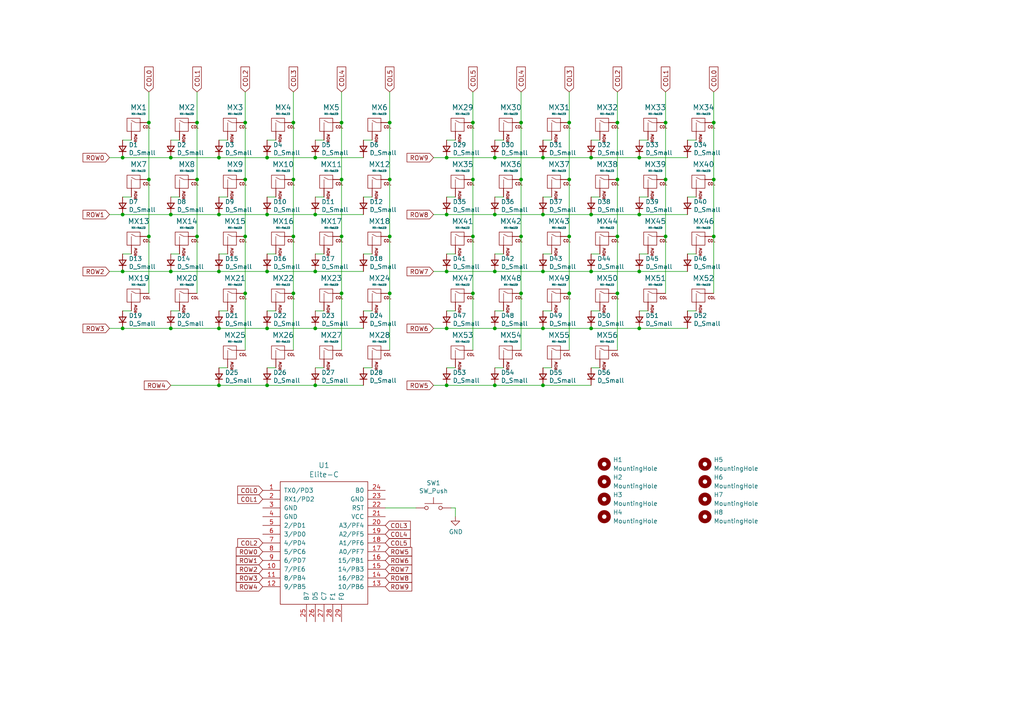
<source format=kicad_sch>
(kicad_sch (version 20211123) (generator eeschema)
  (paper "A4")
  (junction (at 179.07 68.58))
  (junction (at 157.48 62.23))
  (junction (at 71.12 85.09))
  (junction (at 43.18 52.07))
  (junction (at 99.06 52.07))
  (junction (at 157.48 111.76))
  (junction (at 143.51 111.76))
  (junction (at 151.13 35.56))
  (junction (at 179.07 85.09))
  (junction (at 143.51 45.72))
  (junction (at 193.04 35.56))
  (junction (at 113.03 52.07))
  (junction (at 143.51 62.23))
  (junction (at 85.09 68.58))
  (junction (at 193.04 52.07))
  (junction (at 49.53 62.23))
  (junction (at 99.06 85.09))
  (junction (at 129.54 45.72))
  (junction (at 71.12 35.56))
  (junction (at 77.47 45.72))
  (junction (at 57.15 35.56))
  (junction (at 151.13 52.07))
  (junction (at 165.1 35.56))
  (junction (at 49.53 95.25))
  (junction (at 137.16 52.07))
  (junction (at 71.12 52.07))
  (junction (at 165.1 85.09))
  (junction (at 129.54 95.25))
  (junction (at 151.13 85.09))
  (junction (at 63.5 78.74))
  (junction (at 207.01 68.58))
  (junction (at 77.47 111.76))
  (junction (at 63.5 62.23))
  (junction (at 113.03 85.09))
  (junction (at 85.09 35.56))
  (junction (at 99.06 35.56))
  (junction (at 151.13 68.58))
  (junction (at 113.03 68.58))
  (junction (at 137.16 68.58))
  (junction (at 193.04 68.58))
  (junction (at 171.45 45.72))
  (junction (at 63.5 45.72))
  (junction (at 85.09 52.07))
  (junction (at 185.42 78.74))
  (junction (at 91.44 62.23))
  (junction (at 165.1 52.07))
  (junction (at 43.18 68.58))
  (junction (at 171.45 78.74))
  (junction (at 71.12 68.58))
  (junction (at 185.42 95.25))
  (junction (at 185.42 62.23))
  (junction (at 207.01 35.56))
  (junction (at 35.56 45.72))
  (junction (at 143.51 95.25))
  (junction (at 77.47 95.25))
  (junction (at 91.44 95.25))
  (junction (at 49.53 45.72))
  (junction (at 85.09 85.09))
  (junction (at 137.16 35.56))
  (junction (at 179.07 52.07))
  (junction (at 185.42 45.72))
  (junction (at 63.5 111.76))
  (junction (at 171.45 62.23))
  (junction (at 157.48 45.72))
  (junction (at 91.44 78.74))
  (junction (at 129.54 111.76))
  (junction (at 63.5 95.25))
  (junction (at 129.54 78.74))
  (junction (at 207.01 52.07))
  (junction (at 99.06 68.58))
  (junction (at 157.48 95.25))
  (junction (at 57.15 68.58))
  (junction (at 143.51 78.74))
  (junction (at 129.54 62.23))
  (junction (at 35.56 62.23))
  (junction (at 157.48 78.74))
  (junction (at 77.47 78.74))
  (junction (at 91.44 45.72))
  (junction (at 137.16 85.09))
  (junction (at 35.56 78.74))
  (junction (at 35.56 95.25))
  (junction (at 171.45 95.25))
  (junction (at 91.44 111.76))
  (junction (at 43.18 35.56))
  (junction (at 179.07 35.56))
  (junction (at 57.15 52.07))
  (junction (at 113.03 35.56))
  (junction (at 165.1 68.58))
  (junction (at 49.53 78.74))
  (junction (at 77.47 62.23))
  (wire (pts (xy 179.07 26.67) (xy 179.07 35.56)))
  (wire (pts (xy 91.44 111.76) (xy 105.41 111.76)))
  (wire (pts (xy 99.06 26.67) (xy 99.06 35.56)))
  (wire (pts (xy 171.45 45.72) (xy 185.42 45.72)))
  (wire (pts (xy 105.41 57.15) (xy 107.95 57.15)))
  (wire (pts (xy 49.53 73.66) (xy 52.07 73.66)))
  (wire (pts (xy 207.01 26.67) (xy 207.01 35.56)))
  (wire (pts (xy 91.44 73.66) (xy 93.98 73.66)))
  (wire (pts (xy 77.47 40.64) (xy 80.01 40.64)))
  (wire (pts (xy 207.01 52.07) (xy 207.01 68.58)))
  (wire (pts (xy 113.03 26.67) (xy 113.03 35.56)))
  (wire (pts (xy 91.44 106.68) (xy 93.98 106.68)))
  (wire (pts (xy 157.48 73.66) (xy 160.02 73.66)))
  (wire (pts (xy 49.53 111.76) (xy 63.5 111.76)))
  (wire (pts (xy 179.07 35.56) (xy 179.07 52.07)))
  (wire (pts (xy 105.41 73.66) (xy 107.95 73.66)))
  (wire (pts (xy 91.44 78.74) (xy 105.41 78.74)))
  (wire (pts (xy 185.42 57.15) (xy 187.96 57.15)))
  (wire (pts (xy 171.45 90.17) (xy 173.99 90.17)))
  (wire (pts (xy 77.47 111.76) (xy 91.44 111.76)))
  (wire (pts (xy 151.13 68.58) (xy 151.13 85.09)))
  (wire (pts (xy 129.54 40.64) (xy 132.08 40.64)))
  (wire (pts (xy 31.75 95.25) (xy 35.56 95.25)))
  (wire (pts (xy 185.42 78.74) (xy 199.39 78.74)))
  (wire (pts (xy 185.42 73.66) (xy 187.96 73.66)))
  (wire (pts (xy 157.48 95.25) (xy 171.45 95.25)))
  (wire (pts (xy 137.16 26.67) (xy 137.16 35.56)))
  (wire (pts (xy 113.03 52.07) (xy 113.03 68.58)))
  (wire (pts (xy 31.75 62.23) (xy 35.56 62.23)))
  (wire (pts (xy 130.81 147.32) (xy 132.08 147.32)))
  (wire (pts (xy 165.1 35.56) (xy 165.1 52.07)))
  (wire (pts (xy 85.09 35.56) (xy 85.09 52.07)))
  (wire (pts (xy 43.18 68.58) (xy 43.18 85.09)))
  (wire (pts (xy 71.12 26.67) (xy 71.12 35.56)))
  (wire (pts (xy 77.47 95.25) (xy 91.44 95.25)))
  (wire (pts (xy 185.42 95.25) (xy 199.39 95.25)))
  (wire (pts (xy 63.5 106.68) (xy 66.04 106.68)))
  (wire (pts (xy 31.75 78.74) (xy 35.56 78.74)))
  (wire (pts (xy 129.54 45.72) (xy 143.51 45.72)))
  (wire (pts (xy 165.1 68.58) (xy 165.1 85.09)))
  (wire (pts (xy 71.12 85.09) (xy 71.12 101.6)))
  (wire (pts (xy 57.15 52.07) (xy 57.15 68.58)))
  (wire (pts (xy 151.13 35.56) (xy 151.13 52.07)))
  (wire (pts (xy 71.12 52.07) (xy 71.12 68.58)))
  (wire (pts (xy 99.06 68.58) (xy 99.06 85.09)))
  (wire (pts (xy 171.45 106.68) (xy 173.99 106.68)))
  (wire (pts (xy 105.41 90.17) (xy 107.95 90.17)))
  (wire (pts (xy 171.45 40.64) (xy 173.99 40.64)))
  (wire (pts (xy 63.5 95.25) (xy 77.47 95.25)))
  (wire (pts (xy 151.13 52.07) (xy 151.13 68.58)))
  (wire (pts (xy 193.04 35.56) (xy 193.04 52.07)))
  (wire (pts (xy 49.53 40.64) (xy 52.07 40.64)))
  (wire (pts (xy 165.1 26.67) (xy 165.1 35.56)))
  (wire (pts (xy 157.48 40.64) (xy 160.02 40.64)))
  (wire (pts (xy 129.54 90.17) (xy 132.08 90.17)))
  (wire (pts (xy 157.48 78.74) (xy 171.45 78.74)))
  (wire (pts (xy 63.5 73.66) (xy 66.04 73.66)))
  (wire (pts (xy 35.56 62.23) (xy 49.53 62.23)))
  (wire (pts (xy 171.45 62.23) (xy 185.42 62.23)))
  (wire (pts (xy 91.44 90.17) (xy 93.98 90.17)))
  (wire (pts (xy 57.15 26.67) (xy 57.15 35.56)))
  (wire (pts (xy 91.44 57.15) (xy 93.98 57.15)))
  (wire (pts (xy 129.54 57.15) (xy 132.08 57.15)))
  (wire (pts (xy 63.5 40.64) (xy 66.04 40.64)))
  (wire (pts (xy 193.04 68.58) (xy 193.04 85.09)))
  (wire (pts (xy 143.51 95.25) (xy 157.48 95.25)))
  (wire (pts (xy 77.47 45.72) (xy 91.44 45.72)))
  (wire (pts (xy 91.44 40.64) (xy 93.98 40.64)))
  (wire (pts (xy 199.39 73.66) (xy 201.93 73.66)))
  (wire (pts (xy 171.45 57.15) (xy 173.99 57.15)))
  (wire (pts (xy 35.56 95.25) (xy 49.53 95.25)))
  (wire (pts (xy 105.41 40.64) (xy 107.95 40.64)))
  (wire (pts (xy 111.76 147.32) (xy 120.65 147.32)))
  (wire (pts (xy 207.01 68.58) (xy 207.01 85.09)))
  (wire (pts (xy 71.12 35.56) (xy 71.12 52.07)))
  (wire (pts (xy 143.51 90.17) (xy 146.05 90.17)))
  (wire (pts (xy 63.5 62.23) (xy 77.47 62.23)))
  (wire (pts (xy 143.51 40.64) (xy 146.05 40.64)))
  (wire (pts (xy 129.54 73.66) (xy 132.08 73.66)))
  (wire (pts (xy 125.73 95.25) (xy 129.54 95.25)))
  (wire (pts (xy 157.48 111.76) (xy 171.45 111.76)))
  (wire (pts (xy 49.53 62.23) (xy 63.5 62.23)))
  (wire (pts (xy 49.53 90.17) (xy 52.07 90.17)))
  (wire (pts (xy 31.75 45.72) (xy 35.56 45.72)))
  (wire (pts (xy 165.1 52.07) (xy 165.1 68.58)))
  (wire (pts (xy 113.03 68.58) (xy 113.03 85.09)))
  (wire (pts (xy 137.16 35.56) (xy 137.16 52.07)))
  (wire (pts (xy 91.44 45.72) (xy 105.41 45.72)))
  (wire (pts (xy 125.73 78.74) (xy 129.54 78.74)))
  (wire (pts (xy 185.42 45.72) (xy 199.39 45.72)))
  (wire (pts (xy 49.53 78.74) (xy 63.5 78.74)))
  (wire (pts (xy 43.18 26.67) (xy 43.18 35.56)))
  (wire (pts (xy 99.06 35.56) (xy 99.06 52.07)))
  (wire (pts (xy 137.16 85.09) (xy 137.16 101.6)))
  (wire (pts (xy 85.09 26.67) (xy 85.09 35.56)))
  (wire (pts (xy 207.01 35.56) (xy 207.01 52.07)))
  (wire (pts (xy 137.16 68.58) (xy 137.16 85.09)))
  (wire (pts (xy 125.73 62.23) (xy 129.54 62.23)))
  (wire (pts (xy 125.73 45.72) (xy 129.54 45.72)))
  (wire (pts (xy 179.07 52.07) (xy 179.07 68.58)))
  (wire (pts (xy 35.56 90.17) (xy 38.1 90.17)))
  (wire (pts (xy 137.16 52.07) (xy 137.16 68.58)))
  (wire (pts (xy 63.5 90.17) (xy 66.04 90.17)))
  (wire (pts (xy 63.5 57.15) (xy 66.04 57.15)))
  (wire (pts (xy 113.03 35.56) (xy 113.03 52.07)))
  (wire (pts (xy 157.48 57.15) (xy 160.02 57.15)))
  (wire (pts (xy 85.09 68.58) (xy 85.09 85.09)))
  (wire (pts (xy 185.42 90.17) (xy 187.96 90.17)))
  (wire (pts (xy 125.73 111.76) (xy 129.54 111.76)))
  (wire (pts (xy 143.51 73.66) (xy 146.05 73.66)))
  (wire (pts (xy 49.53 57.15) (xy 52.07 57.15)))
  (wire (pts (xy 35.56 57.15) (xy 38.1 57.15)))
  (wire (pts (xy 193.04 52.07) (xy 193.04 68.58)))
  (wire (pts (xy 185.42 62.23) (xy 199.39 62.23)))
  (wire (pts (xy 49.53 95.25) (xy 63.5 95.25)))
  (wire (pts (xy 71.12 68.58) (xy 71.12 85.09)))
  (wire (pts (xy 129.54 78.74) (xy 143.51 78.74)))
  (wire (pts (xy 199.39 90.17) (xy 201.93 90.17)))
  (wire (pts (xy 129.54 111.76) (xy 143.51 111.76)))
  (wire (pts (xy 77.47 62.23) (xy 91.44 62.23)))
  (wire (pts (xy 143.51 57.15) (xy 146.05 57.15)))
  (wire (pts (xy 35.56 40.64) (xy 38.1 40.64)))
  (wire (pts (xy 199.39 57.15) (xy 201.93 57.15)))
  (wire (pts (xy 77.47 106.68) (xy 80.01 106.68)))
  (wire (pts (xy 171.45 73.66) (xy 173.99 73.66)))
  (wire (pts (xy 193.04 26.67) (xy 193.04 35.56)))
  (wire (pts (xy 105.41 106.68) (xy 107.95 106.68)))
  (wire (pts (xy 143.51 106.68) (xy 146.05 106.68)))
  (wire (pts (xy 49.53 45.72) (xy 63.5 45.72)))
  (wire (pts (xy 63.5 45.72) (xy 77.47 45.72)))
  (wire (pts (xy 179.07 85.09) (xy 179.07 101.6)))
  (wire (pts (xy 157.48 106.68) (xy 160.02 106.68)))
  (wire (pts (xy 57.15 68.58) (xy 57.15 85.09)))
  (wire (pts (xy 179.07 68.58) (xy 179.07 85.09)))
  (wire (pts (xy 77.47 57.15) (xy 80.01 57.15)))
  (wire (pts (xy 99.06 52.07) (xy 99.06 68.58)))
  (wire (pts (xy 35.56 45.72) (xy 49.53 45.72)))
  (wire (pts (xy 132.08 147.32) (xy 132.08 149.86)))
  (wire (pts (xy 63.5 78.74) (xy 77.47 78.74)))
  (wire (pts (xy 77.47 90.17) (xy 80.01 90.17)))
  (wire (pts (xy 143.51 45.72) (xy 157.48 45.72)))
  (wire (pts (xy 151.13 85.09) (xy 151.13 101.6)))
  (wire (pts (xy 165.1 85.09) (xy 165.1 101.6)))
  (wire (pts (xy 157.48 62.23) (xy 171.45 62.23)))
  (wire (pts (xy 143.51 62.23) (xy 157.48 62.23)))
  (wire (pts (xy 157.48 90.17) (xy 160.02 90.17)))
  (wire (pts (xy 35.56 73.66) (xy 38.1 73.66)))
  (wire (pts (xy 85.09 85.09) (xy 85.09 101.6)))
  (wire (pts (xy 113.03 85.09) (xy 113.03 101.6)))
  (wire (pts (xy 129.54 106.68) (xy 132.08 106.68)))
  (wire (pts (xy 77.47 73.66) (xy 80.01 73.66)))
  (wire (pts (xy 151.13 26.67) (xy 151.13 35.56)))
  (wire (pts (xy 129.54 95.25) (xy 143.51 95.25)))
  (wire (pts (xy 129.54 62.23) (xy 143.51 62.23)))
  (wire (pts (xy 91.44 62.23) (xy 105.41 62.23)))
  (wire (pts (xy 43.18 52.07) (xy 43.18 68.58)))
  (wire (pts (xy 63.5 111.76) (xy 77.47 111.76)))
  (wire (pts (xy 91.44 95.25) (xy 105.41 95.25)))
  (wire (pts (xy 35.56 78.74) (xy 49.53 78.74)))
  (wire (pts (xy 157.48 45.72) (xy 171.45 45.72)))
  (wire (pts (xy 77.47 78.74) (xy 91.44 78.74)))
  (wire (pts (xy 43.18 35.56) (xy 43.18 52.07)))
  (wire (pts (xy 171.45 95.25) (xy 185.42 95.25)))
  (wire (pts (xy 57.15 35.56) (xy 57.15 52.07)))
  (wire (pts (xy 143.51 111.76) (xy 157.48 111.76)))
  (wire (pts (xy 171.45 78.74) (xy 185.42 78.74)))
  (wire (pts (xy 185.42 40.64) (xy 187.96 40.64)))
  (wire (pts (xy 99.06 85.09) (xy 99.06 101.6)))
  (wire (pts (xy 85.09 52.07) (xy 85.09 68.58)))
  (wire (pts (xy 199.39 40.64) (xy 201.93 40.64)))
  (wire (pts (xy 143.51 78.74) (xy 157.48 78.74)))
  (global_label "COL3" (shape input) (at 111.76 152.4 0) (property "Intersheet References" "${INTERSHEET_REFS}" (effects hide)))
  (global_label "COL2" (shape input) (at 76.2 157.48 180) (property "Intersheet References" "${INTERSHEET_REFS}" (effects hide)))
  (global_label "COL0" (shape input) (at 207.01 26.67 90) (property "Intersheet References" "${INTERSHEET_REFS}" (effects hide)))
  (global_label "ROW5" (shape input) (at 111.76 160.02 0) (property "Intersheet References" "${INTERSHEET_REFS}" (effects hide)))
  (global_label "ROW2" (shape input) (at 31.75 78.74 180) (property "Intersheet References" "${INTERSHEET_REFS}" (effects hide)))
  (global_label "COL4" (shape input) (at 99.06 26.67 90) (property "Intersheet References" "${INTERSHEET_REFS}" (effects hide)))
  (global_label "ROW7" (shape input) (at 125.73 78.74 180) (property "Intersheet References" "${INTERSHEET_REFS}" (effects hide)))
  (global_label "COL5" (shape input) (at 111.76 157.48 0) (property "Intersheet References" "${INTERSHEET_REFS}" (effects hide)))
  (global_label "ROW8" (shape input) (at 111.76 167.64 0) (property "Intersheet References" "${INTERSHEET_REFS}" (effects hide)))
  (global_label "COL4" (shape input) (at 111.76 154.94 0) (property "Intersheet References" "${INTERSHEET_REFS}" (effects hide)))
  (global_label "ROW1" (shape input) (at 31.75 62.23 180) (property "Intersheet References" "${INTERSHEET_REFS}" (effects hide)))
  (global_label "COL1" (shape input) (at 57.15 26.67 90) (property "Intersheet References" "${INTERSHEET_REFS}" (effects hide)))
  (global_label "ROW8" (shape input) (at 125.73 62.23 180) (property "Intersheet References" "${INTERSHEET_REFS}" (effects hide)))
  (global_label "COL3" (shape input) (at 85.09 26.67 90) (property "Intersheet References" "${INTERSHEET_REFS}" (effects hide)))
  (global_label "COL1" (shape input) (at 76.2 144.78 180) (property "Intersheet References" "${INTERSHEET_REFS}" (effects hide)))
  (global_label "ROW5" (shape input) (at 125.73 111.76 180) (property "Intersheet References" "${INTERSHEET_REFS}" (effects hide)))
  (global_label "ROW4" (shape input) (at 76.2 170.18 180) (property "Intersheet References" "${INTERSHEET_REFS}" (effects hide)))
  (global_label "ROW0" (shape input) (at 76.2 160.02 180) (property "Intersheet References" "${INTERSHEET_REFS}" (effects hide)))
  (global_label "ROW1" (shape input) (at 76.2 162.56 180) (property "Intersheet References" "${INTERSHEET_REFS}" (effects hide)))
  (global_label "ROW0" (shape input) (at 31.75 45.72 180) (property "Intersheet References" "${INTERSHEET_REFS}" (effects hide)))
  (global_label "COL5" (shape input) (at 113.03 26.67 90) (property "Intersheet References" "${INTERSHEET_REFS}" (effects hide)))
  (global_label "ROW9" (shape input) (at 111.76 170.18 0) (property "Intersheet References" "${INTERSHEET_REFS}" (effects hide)))
  (global_label "ROW2" (shape input) (at 76.2 165.1 180) (property "Intersheet References" "${INTERSHEET_REFS}" (effects hide)))
  (global_label "COL0" (shape input) (at 76.2 142.24 180) (property "Intersheet References" "${INTERSHEET_REFS}" (effects hide)))
  (global_label "ROW9" (shape input) (at 125.73 45.72 180) (property "Intersheet References" "${INTERSHEET_REFS}" (effects hide)))
  (global_label "COL4" (shape input) (at 151.13 26.67 90) (property "Intersheet References" "${INTERSHEET_REFS}" (effects hide)))
  (global_label "ROW6" (shape input) (at 111.76 162.56 0) (property "Intersheet References" "${INTERSHEET_REFS}" (effects hide)))
  (global_label "COL2" (shape input) (at 71.12 26.67 90) (property "Intersheet References" "${INTERSHEET_REFS}" (effects hide)))
  (global_label "ROW7" (shape input) (at 111.76 165.1 0) (property "Intersheet References" "${INTERSHEET_REFS}" (effects hide)))
  (global_label "COL1" (shape input) (at 193.04 26.67 90) (property "Intersheet References" "${INTERSHEET_REFS}" (effects hide)))
  (global_label "COL2" (shape input) (at 179.07 26.67 90) (property "Intersheet References" "${INTERSHEET_REFS}" (effects hide)))
  (global_label "ROW3" (shape input) (at 31.75 95.25 180) (property "Intersheet References" "${INTERSHEET_REFS}" (effects hide)))
  (global_label "ROW6" (shape input) (at 125.73 95.25 180) (property "Intersheet References" "${INTERSHEET_REFS}" (effects hide)))
  (global_label "ROW3" (shape input) (at 76.2 167.64 180) (property "Intersheet References" "${INTERSHEET_REFS}" (effects hide)))
  (global_label "COL3" (shape input) (at 165.1 26.67 90) (property "Intersheet References" "${INTERSHEET_REFS}" (effects hide)))
  (global_label "ROW4" (shape input) (at 49.53 111.76 180) (property "Intersheet References" "${INTERSHEET_REFS}" (effects hide)))
  (global_label "COL5" (shape input) (at 137.16 26.67 90) (property "Intersheet References" "${INTERSHEET_REFS}" (effects hide)))
  (global_label "COL0" (shape input) (at 43.18 26.67 90) (property "Intersheet References" "${INTERSHEET_REFS}" (effects hide)))
  (symbol (lib_id "Device:D_Small") (at 63.5 59.69 90) (unit 1)
    (property "Reference" "D9" (at 65.278 58.5216 90) (effects (justify right)))
    (property "Value" "D_Small" (at 65.278 60.833 90) (effects (justify right)))
    (property "Footprint" "atreis:D3_hybrid_common_hole" (effects hide))
  )
  (symbol (lib_id "MX_Alps_Hybrid:MX-NoLED") (at 133.35 36.83 0) (unit 1)
    (property "Reference" "MX29" (at 134.1882 31.1658 0) (effects (font (size 1.524 1.524))))
    (property "Value" "MX-NoLED" (at 134.1882 33.0454 0) (effects (font (size 0.508 0.508))))
    (property "Footprint" "kbd:CherryMX_Hotswap" (effects hide))
  )
  (symbol (lib_id "Device:D_Small") (at 105.41 92.71 90) (unit 1)
    (property "Reference" "D24" (at 107.188 91.5416 90) (effects (justify right)))
    (property "Value" "D_Small" (at 107.188 93.853 90) (effects (justify right)))
    (property "Footprint" "atreis:D3_hybrid_common_hole" (effects hide))
  )
  (symbol (lib_id "Device:D_Small") (at 77.47 43.18 90) (unit 1)
    (property "Reference" "D4" (at 79.248 42.0116 90) (effects (justify right)))
    (property "Value" "D_Small" (at 79.248 44.323 90) (effects (justify right)))
    (property "Footprint" "atreis:D3_hybrid_common_hole" (effects hide))
  )
  (symbol (lib_id "Device:D_Small") (at 77.47 76.2 90) (unit 1)
    (property "Reference" "D16" (at 79.248 75.0316 90) (effects (justify right)))
    (property "Value" "D_Small" (at 79.248 77.343 90) (effects (justify right)))
    (property "Footprint" "atreis:D3_hybrid_common_hole" (effects hide))
  )
  (symbol (lib_id "Device:D_Small") (at 77.47 59.69 90) (unit 1)
    (property "Reference" "D10" (at 79.248 58.5216 90) (effects (justify right)))
    (property "Value" "D_Small" (at 79.248 60.833 90) (effects (justify right)))
    (property "Footprint" "atreis:D3_hybrid_common_hole" (effects hide))
  )
  (symbol (lib_id "MX_Alps_Hybrid:MX-NoLED") (at 203.2 86.36 0) (unit 1)
    (property "Reference" "MX52" (at 204.0382 80.6958 0) (effects (font (size 1.524 1.524))))
    (property "Value" "MX-NoLED" (at 204.0382 82.5754 0) (effects (font (size 0.508 0.508))))
    (property "Footprint" "kbd:CherryMX_Hotswap" (effects hide))
  )
  (symbol (lib_id "Device:D_Small") (at 157.48 109.22 90) (unit 1)
    (property "Reference" "D55" (at 159.258 108.0516 90) (effects (justify right)))
    (property "Value" "D_Small" (at 159.258 110.363 90) (effects (justify right)))
    (property "Footprint" "atreis:D3_hybrid_common_hole" (effects hide))
  )
  (symbol (lib_id "Device:D_Small") (at 35.56 76.2 90) (unit 1)
    (property "Reference" "D13" (at 37.338 75.0316 90) (effects (justify right)))
    (property "Value" "D_Small" (at 37.338 77.343 90) (effects (justify right)))
    (property "Footprint" "atreis:D3_hybrid_common_hole" (effects hide))
  )
  (symbol (lib_id "Device:D_Small") (at 157.48 92.71 90) (unit 1)
    (property "Reference" "D49" (at 159.258 91.5416 90) (effects (justify right)))
    (property "Value" "D_Small" (at 159.258 93.853 90) (effects (justify right)))
    (property "Footprint" "atreis:D3_hybrid_common_hole" (effects hide))
  )
  (symbol (lib_id "MX_Alps_Hybrid:MX-NoLED") (at 133.35 86.36 0) (unit 1)
    (property "Reference" "MX47" (at 134.1882 80.6958 0) (effects (font (size 1.524 1.524))))
    (property "Value" "MX-NoLED" (at 134.1882 82.5754 0) (effects (font (size 0.508 0.508))))
    (property "Footprint" "kbd:CherryMX_Hotswap" (effects hide))
  )
  (symbol (lib_id "MX_Alps_Hybrid:MX-NoLED") (at 53.34 69.85 0) (unit 1)
    (property "Reference" "MX14" (at 54.1782 64.1858 0) (effects (font (size 1.524 1.524))))
    (property "Value" "MX-NoLED" (at 54.1782 66.0654 0) (effects (font (size 0.508 0.508))))
    (property "Footprint" "kbd:CherryMX_Hotswap" (effects hide))
  )
  (symbol (lib_id "MX_Alps_Hybrid:MX-NoLED") (at 109.22 36.83 0) (unit 1)
    (property "Reference" "MX6" (at 110.0582 31.1658 0) (effects (font (size 1.524 1.524))))
    (property "Value" "MX-NoLED" (at 110.0582 33.0454 0) (effects (font (size 0.508 0.508))))
    (property "Footprint" "kbd:CherryMX_Hotswap" (effects hide))
  )
  (symbol (lib_id "MX_Alps_Hybrid:MX-NoLED") (at 189.23 69.85 0) (unit 1)
    (property "Reference" "MX45" (at 190.0682 64.1858 0) (effects (font (size 1.524 1.524))))
    (property "Value" "MX-NoLED" (at 190.0682 66.0654 0) (effects (font (size 0.508 0.508))))
    (property "Footprint" "kbd:CherryMX_Hotswap" (effects hide))
  )
  (symbol (lib_id "MX_Alps_Hybrid:MX-NoLED") (at 175.26 69.85 0) (unit 1)
    (property "Reference" "MX44" (at 176.0982 64.1858 0) (effects (font (size 1.524 1.524))))
    (property "Value" "MX-NoLED" (at 176.0982 66.0654 0) (effects (font (size 0.508 0.508))))
    (property "Footprint" "kbd:CherryMX_Hotswap" (effects hide))
  )
  (symbol (lib_id "Switch:SW_Push") (at 125.73 147.32 0) (unit 1)
    (property "Reference" "SW1" (at 125.73 140.081 0))
    (property "Value" "SW_Push" (at 125.73 142.3924 0))
    (property "Footprint" "kbd:ResetSW_1side" (effects hide))
  )
  (symbol (lib_id "Device:D_Small") (at 105.41 59.69 90) (unit 1)
    (property "Reference" "D12" (at 107.188 58.5216 90) (effects (justify right)))
    (property "Value" "D_Small" (at 107.188 60.833 90) (effects (justify right)))
    (property "Footprint" "atreis:D3_hybrid_common_hole" (effects hide))
  )
  (symbol (lib_id "MX_Alps_Hybrid:MX-NoLED") (at 67.31 86.36 0) (unit 1)
    (property "Reference" "MX21" (at 68.1482 80.6958 0) (effects (font (size 1.524 1.524))))
    (property "Value" "MX-NoLED" (at 68.1482 82.5754 0) (effects (font (size 0.508 0.508))))
    (property "Footprint" "kbd:CherryMX_Hotswap" (effects hide))
  )
  (symbol (lib_id "MX_Alps_Hybrid:MX-NoLED") (at 67.31 53.34 0) (unit 1)
    (property "Reference" "MX9" (at 68.1482 47.6758 0) (effects (font (size 1.524 1.524))))
    (property "Value" "MX-NoLED" (at 68.1482 49.5554 0) (effects (font (size 0.508 0.508))))
    (property "Footprint" "kbd:CherryMX_Hotswap" (effects hide))
  )
  (symbol (lib_id "MX_Alps_Hybrid:MX-NoLED") (at 133.35 53.34 0) (unit 1)
    (property "Reference" "MX35" (at 134.1882 47.6758 0) (effects (font (size 1.524 1.524))))
    (property "Value" "MX-NoLED" (at 134.1882 49.5554 0) (effects (font (size 0.508 0.508))))
    (property "Footprint" "kbd:CherryMX_Hotswap" (effects hide))
  )
  (symbol (lib_id "Device:D_Small") (at 35.56 92.71 90) (unit 1)
    (property "Reference" "D19" (at 37.338 91.5416 90) (effects (justify right)))
    (property "Value" "D_Small" (at 37.338 93.853 90) (effects (justify right)))
    (property "Footprint" "atreis:D3_hybrid_common_hole" (effects hide))
  )
  (symbol (lib_id "MX_Alps_Hybrid:MX-NoLED") (at 133.35 102.87 0) (unit 1)
    (property "Reference" "MX53" (at 134.1882 97.2058 0) (effects (font (size 1.524 1.524))))
    (property "Value" "MX-NoLED" (at 134.1882 99.0854 0) (effects (font (size 0.508 0.508))))
    (property "Footprint" "kbd:CherryMX_Hotswap" (effects hide))
  )
  (symbol (lib_id "MX_Alps_Hybrid:MX-NoLED") (at 175.26 53.34 0) (unit 1)
    (property "Reference" "MX38" (at 176.0982 47.6758 0) (effects (font (size 1.524 1.524))))
    (property "Value" "MX-NoLED" (at 176.0982 49.5554 0) (effects (font (size 0.508 0.508))))
    (property "Footprint" "kbd:CherryMX_Hotswap" (effects hide))
  )
  (symbol (lib_id "Device:D_Small") (at 129.54 76.2 90) (unit 1)
    (property "Reference" "D41" (at 131.318 75.0316 90) (effects (justify right)))
    (property "Value" "D_Small" (at 131.318 77.343 90) (effects (justify right)))
    (property "Footprint" "atreis:D3_hybrid_common_hole" (effects hide))
  )
  (symbol (lib_id "Device:D_Small") (at 129.54 109.22 90) (unit 1)
    (property "Reference" "D53" (at 131.318 108.0516 90) (effects (justify right)))
    (property "Value" "D_Small" (at 131.318 110.363 90) (effects (justify right)))
    (property "Footprint" "atreis:D3_hybrid_common_hole" (effects hide))
  )
  (symbol (lib_id "MX_Alps_Hybrid:MX-NoLED") (at 39.37 36.83 0) (unit 1)
    (property "Reference" "MX1" (at 40.2082 31.1658 0) (effects (font (size 1.524 1.524))))
    (property "Value" "MX-NoLED" (at 40.2082 33.0454 0) (effects (font (size 0.508 0.508))))
    (property "Footprint" "kbd:CherryMX_Hotswap" (effects hide))
  )
  (symbol (lib_id "MX_Alps_Hybrid:MX-NoLED") (at 95.25 102.87 0) (unit 1)
    (property "Reference" "MX27" (at 96.0882 97.2058 0) (effects (font (size 1.524 1.524))))
    (property "Value" "MX-NoLED" (at 96.0882 99.0854 0) (effects (font (size 0.508 0.508))))
    (property "Footprint" "kbd:CherryMX_Hotswap" (effects hide))
  )
  (symbol (lib_id "Mechanical:MountingHole") (at 175.26 144.78 0) (unit 1)
    (property "Reference" "H3" (at 177.8 143.5099 0) (effects (justify left)))
    (property "Value" "MountingHole" (at 177.8 146.0499 0) (effects (justify left)))
    (property "Footprint" "kbd:M2_Hole_TH_Outside" (effects hide))
  )
  (symbol (lib_id "MX_Alps_Hybrid:MX-NoLED") (at 203.2 69.85 0) (unit 1)
    (property "Reference" "MX46" (at 204.0382 64.1858 0) (effects (font (size 1.524 1.524))))
    (property "Value" "MX-NoLED" (at 204.0382 66.0654 0) (effects (font (size 0.508 0.508))))
    (property "Footprint" "kbd:CherryMX_Hotswap" (effects hide))
  )
  (symbol (lib_id "MX_Alps_Hybrid:MX-NoLED") (at 109.22 102.87 0) (unit 1)
    (property "Reference" "MX28" (at 110.0582 97.2058 0) (effects (font (size 1.524 1.524))))
    (property "Value" "MX-NoLED" (at 110.0582 99.0854 0) (effects (font (size 0.508 0.508))))
    (property "Footprint" "kbd:CherryMX_Hotswap" (effects hide))
  )
  (symbol (lib_id "MX_Alps_Hybrid:MX-NoLED") (at 109.22 86.36 0) (unit 1)
    (property "Reference" "MX24" (at 110.0582 80.6958 0) (effects (font (size 1.524 1.524))))
    (property "Value" "MX-NoLED" (at 110.0582 82.5754 0) (effects (font (size 0.508 0.508))))
    (property "Footprint" "kbd:CherryMX_Hotswap" (effects hide))
  )
  (symbol (lib_id "Device:D_Small") (at 157.48 43.18 90) (unit 1)
    (property "Reference" "D31" (at 159.258 42.0116 90) (effects (justify right)))
    (property "Value" "D_Small" (at 159.258 44.323 90) (effects (justify right)))
    (property "Footprint" "atreis:D3_hybrid_common_hole" (effects hide))
  )
  (symbol (lib_id "Device:D_Small") (at 143.51 59.69 90) (unit 1)
    (property "Reference" "D36" (at 145.288 58.5216 90) (effects (justify right)))
    (property "Value" "D_Small" (at 145.288 60.833 90) (effects (justify right)))
    (property "Footprint" "atreis:D3_hybrid_common_hole" (effects hide))
  )
  (symbol (lib_id "MX_Alps_Hybrid:MX-NoLED") (at 161.29 53.34 0) (unit 1)
    (property "Reference" "MX37" (at 162.1282 47.6758 0) (effects (font (size 1.524 1.524))))
    (property "Value" "MX-NoLED" (at 162.1282 49.5554 0) (effects (font (size 0.508 0.508))))
    (property "Footprint" "kbd:CherryMX_Hotswap" (effects hide))
  )
  (symbol (lib_id "MX_Alps_Hybrid:MX-NoLED") (at 161.29 86.36 0) (unit 1)
    (property "Reference" "MX49" (at 162.1282 80.6958 0) (effects (font (size 1.524 1.524))))
    (property "Value" "MX-NoLED" (at 162.1282 82.5754 0) (effects (font (size 0.508 0.508))))
    (property "Footprint" "kbd:CherryMX_Hotswap" (effects hide))
  )
  (symbol (lib_id "Mechanical:MountingHole") (at 204.47 134.62 0) (unit 1)
    (property "Reference" "H5" (at 207.01 133.3499 0) (effects (justify left)))
    (property "Value" "MountingHole" (at 207.01 135.8899 0) (effects (justify left)))
    (property "Footprint" "kbd:M2_Hole_TH_Outside" (effects hide))
  )
  (symbol (lib_id "MX_Alps_Hybrid:MX-NoLED") (at 203.2 53.34 0) (unit 1)
    (property "Reference" "MX40" (at 204.0382 47.6758 0) (effects (font (size 1.524 1.524))))
    (property "Value" "MX-NoLED" (at 204.0382 49.5554 0) (effects (font (size 0.508 0.508))))
    (property "Footprint" "kbd:CherryMX_Hotswap" (effects hide))
  )
  (symbol (lib_id "MX_Alps_Hybrid:MX-NoLED") (at 175.26 36.83 0) (unit 1)
    (property "Reference" "MX32" (at 176.0982 31.1658 0) (effects (font (size 1.524 1.524))))
    (property "Value" "MX-NoLED" (at 176.0982 33.0454 0) (effects (font (size 0.508 0.508))))
    (property "Footprint" "kbd:CherryMX_Hotswap" (effects hide))
  )
  (symbol (lib_id "Device:D_Small") (at 143.51 43.18 90) (unit 1)
    (property "Reference" "D30" (at 145.288 42.0116 90) (effects (justify right)))
    (property "Value" "D_Small" (at 145.288 44.323 90) (effects (justify right)))
    (property "Footprint" "atreis:D3_hybrid_common_hole" (effects hide))
  )
  (symbol (lib_id "MX_Alps_Hybrid:MX-NoLED") (at 175.26 102.87 0) (unit 1)
    (property "Reference" "MX56" (at 176.0982 97.2058 0) (effects (font (size 1.524 1.524))))
    (property "Value" "MX-NoLED" (at 176.0982 99.0854 0) (effects (font (size 0.508 0.508))))
    (property "Footprint" "kbd:CherryMX_Hotswap" (effects hide))
  )
  (symbol (lib_id "MX_Alps_Hybrid:MX-NoLED") (at 147.32 86.36 0) (unit 1)
    (property "Reference" "MX48" (at 148.1582 80.6958 0) (effects (font (size 1.524 1.524))))
    (property "Value" "MX-NoLED" (at 148.1582 82.5754 0) (effects (font (size 0.508 0.508))))
    (property "Footprint" "kbd:CherryMX_Hotswap" (effects hide))
  )
  (symbol (lib_id "Device:D_Small") (at 157.48 76.2 90) (unit 1)
    (property "Reference" "D43" (at 159.258 75.0316 90) (effects (justify right)))
    (property "Value" "D_Small" (at 159.258 77.343 90) (effects (justify right)))
    (property "Footprint" "atreis:D3_hybrid_common_hole" (effects hide))
  )
  (symbol (lib_id "Device:D_Small") (at 91.44 76.2 90) (unit 1)
    (property "Reference" "D17" (at 93.218 75.0316 90) (effects (justify right)))
    (property "Value" "D_Small" (at 93.218 77.343 90) (effects (justify right)))
    (property "Footprint" "atreis:D3_hybrid_common_hole" (effects hide))
  )
  (symbol (lib_id "Device:D_Small") (at 49.53 43.18 90) (unit 1)
    (property "Reference" "D2" (at 51.308 42.0116 90) (effects (justify right)))
    (property "Value" "D_Small" (at 51.308 44.323 90) (effects (justify right)))
    (property "Footprint" "atreis:D3_hybrid_common_hole" (effects hide))
  )
  (symbol (lib_id "MX_Alps_Hybrid:MX-NoLED") (at 53.34 53.34 0) (unit 1)
    (property "Reference" "MX8" (at 54.1782 47.6758 0) (effects (font (size 1.524 1.524))))
    (property "Value" "MX-NoLED" (at 54.1782 49.5554 0) (effects (font (size 0.508 0.508))))
    (property "Footprint" "kbd:CherryMX_Hotswap" (effects hide))
  )
  (symbol (lib_id "Device:D_Small") (at 105.41 109.22 90) (unit 1)
    (property "Reference" "D28" (at 107.188 108.0516 90) (effects (justify right)))
    (property "Value" "D_Small" (at 107.188 110.363 90) (effects (justify right)))
    (property "Footprint" "atreis:D3_hybrid_common_hole" (effects hide))
  )
  (symbol (lib_id "Device:D_Small") (at 105.41 43.18 90) (unit 1)
    (property "Reference" "D6" (at 107.188 42.0116 90) (effects (justify right)))
    (property "Value" "D_Small" (at 107.188 44.323 90) (effects (justify right)))
    (property "Footprint" "atreis:D3_hybrid_common_hole" (effects hide))
  )
  (symbol (lib_id "keebio:Elite-C") (at 93.98 156.21 0) (unit 1)
    (property "Reference" "U1" (at 93.98 134.9502 0) (effects (font (size 1.524 1.524))))
    (property "Value" "Elite-C" (at 93.98 137.6426 0) (effects (font (size 1.524 1.524))))
    (property "Footprint" "Keebio-Parts:Elite-C" (effects hide))
  )
  (symbol (lib_id "Mechanical:MountingHole") (at 204.47 149.86 0) (unit 1)
    (property "Reference" "H8" (at 207.01 148.5899 0) (effects (justify left)))
    (property "Value" "MountingHole" (at 207.01 151.1299 0) (effects (justify left)))
    (property "Footprint" "kbd:M2_Hole_TH_Outside" (effects hide))
  )
  (symbol (lib_id "Device:D_Small") (at 185.42 92.71 90) (unit 1)
    (property "Reference" "D51" (at 187.198 91.5416 90) (effects (justify right)))
    (property "Value" "D_Small" (at 187.198 93.853 90) (effects (justify right)))
    (property "Footprint" "atreis:D3_hybrid_common_hole" (effects hide))
  )
  (symbol (lib_id "Device:D_Small") (at 129.54 43.18 90) (unit 1)
    (property "Reference" "D29" (at 131.318 42.0116 90) (effects (justify right)))
    (property "Value" "D_Small" (at 131.318 44.323 90) (effects (justify right)))
    (property "Footprint" "atreis:D3_hybrid_common_hole" (effects hide))
  )
  (symbol (lib_id "MX_Alps_Hybrid:MX-NoLED") (at 189.23 86.36 0) (unit 1)
    (property "Reference" "MX51" (at 190.0682 80.6958 0) (effects (font (size 1.524 1.524))))
    (property "Value" "MX-NoLED" (at 190.0682 82.5754 0) (effects (font (size 0.508 0.508))))
    (property "Footprint" "kbd:CherryMX_Hotswap" (effects hide))
  )
  (symbol (lib_id "Device:D_Small") (at 63.5 109.22 90) (unit 1)
    (property "Reference" "D25" (at 65.278 108.0516 90) (effects (justify right)))
    (property "Value" "D_Small" (at 65.278 110.363 90) (effects (justify right)))
    (property "Footprint" "atreis:D3_hybrid_common_hole" (effects hide))
  )
  (symbol (lib_id "Device:D_Small") (at 199.39 92.71 90) (unit 1)
    (property "Reference" "D52" (at 201.168 91.5416 90) (effects (justify right)))
    (property "Value" "D_Small" (at 201.168 93.853 90) (effects (justify right)))
    (property "Footprint" "atreis:D3_hybrid_common_hole" (effects hide))
  )
  (symbol (lib_id "Device:D_Small") (at 185.42 59.69 90) (unit 1)
    (property "Reference" "D39" (at 187.198 58.5216 90) (effects (justify right)))
    (property "Value" "D_Small" (at 187.198 60.833 90) (effects (justify right)))
    (property "Footprint" "atreis:D3_hybrid_common_hole" (effects hide))
  )
  (symbol (lib_id "Mechanical:MountingHole") (at 175.26 149.86 0) (unit 1)
    (property "Reference" "H4" (at 177.8 148.5899 0) (effects (justify left)))
    (property "Value" "MountingHole" (at 177.8 151.1299 0) (effects (justify left)))
    (property "Footprint" "kbd:M2_Hole_TH_Outside" (effects hide))
  )
  (symbol (lib_id "MX_Alps_Hybrid:MX-NoLED") (at 147.32 69.85 0) (unit 1)
    (property "Reference" "MX42" (at 148.1582 64.1858 0) (effects (font (size 1.524 1.524))))
    (property "Value" "MX-NoLED" (at 148.1582 66.0654 0) (effects (font (size 0.508 0.508))))
    (property "Footprint" "kbd:CherryMX_Hotswap" (effects hide))
  )
  (symbol (lib_id "power:GND") (at 132.08 149.86 0) (unit 1)
    (property "Reference" "#PWR0101" (effects hide))
    (property "Value" "GND" (at 132.207 154.2542 0))
  )
  (symbol (lib_id "Device:D_Small") (at 49.53 76.2 90) (unit 1)
    (property "Reference" "D14" (at 51.308 75.0316 90) (effects (justify right)))
    (property "Value" "D_Small" (at 51.308 77.343 90) (effects (justify right)))
    (property "Footprint" "atreis:D3_hybrid_common_hole" (effects hide))
  )
  (symbol (lib_id "MX_Alps_Hybrid:MX-NoLED") (at 203.2 36.83 0) (unit 1)
    (property "Reference" "MX34" (at 204.0382 31.1658 0) (effects (font (size 1.524 1.524))))
    (property "Value" "MX-NoLED" (at 204.0382 33.0454 0) (effects (font (size 0.508 0.508))))
    (property "Footprint" "kbd:CherryMX_Hotswap" (effects hide))
  )
  (symbol (lib_id "Device:D_Small") (at 63.5 43.18 90) (unit 1)
    (property "Reference" "D3" (at 65.278 42.0116 90) (effects (justify right)))
    (property "Value" "D_Small" (at 65.278 44.323 90) (effects (justify right)))
    (property "Footprint" "atreis:D3_hybrid_common_hole" (effects hide))
  )
  (symbol (lib_id "MX_Alps_Hybrid:MX-NoLED") (at 189.23 53.34 0) (unit 1)
    (property "Reference" "MX39" (at 190.0682 47.6758 0) (effects (font (size 1.524 1.524))))
    (property "Value" "MX-NoLED" (at 190.0682 49.5554 0) (effects (font (size 0.508 0.508))))
    (property "Footprint" "kbd:CherryMX_Hotswap" (effects hide))
  )
  (symbol (lib_id "MX_Alps_Hybrid:MX-NoLED") (at 81.28 69.85 0) (unit 1)
    (property "Reference" "MX16" (at 82.1182 64.1858 0) (effects (font (size 1.524 1.524))))
    (property "Value" "MX-NoLED" (at 82.1182 66.0654 0) (effects (font (size 0.508 0.508))))
    (property "Footprint" "kbd:CherryMX_Hotswap" (effects hide))
  )
  (symbol (lib_id "MX_Alps_Hybrid:MX-NoLED") (at 147.32 102.87 0) (unit 1)
    (property "Reference" "MX54" (at 148.1582 97.2058 0) (effects (font (size 1.524 1.524))))
    (property "Value" "MX-NoLED" (at 148.1582 99.0854 0) (effects (font (size 0.508 0.508))))
    (property "Footprint" "kbd:CherryMX_Hotswap" (effects hide))
  )
  (symbol (lib_id "MX_Alps_Hybrid:MX-NoLED") (at 67.31 102.87 0) (unit 1)
    (property "Reference" "MX25" (at 68.1482 97.2058 0) (effects (font (size 1.524 1.524))))
    (property "Value" "MX-NoLED" (at 68.1482 99.0854 0) (effects (font (size 0.508 0.508))))
    (property "Footprint" "kbd:CherryMX_Hotswap" (effects hide))
  )
  (symbol (lib_id "MX_Alps_Hybrid:MX-NoLED") (at 81.28 36.83 0) (unit 1)
    (property "Reference" "MX4" (at 82.1182 31.1658 0) (effects (font (size 1.524 1.524))))
    (property "Value" "MX-NoLED" (at 82.1182 33.0454 0) (effects (font (size 0.508 0.508))))
    (property "Footprint" "kbd:CherryMX_Hotswap" (effects hide))
  )
  (symbol (lib_id "Device:D_Small") (at 49.53 59.69 90) (unit 1)
    (property "Reference" "D8" (at 51.308 58.5216 90) (effects (justify right)))
    (property "Value" "D_Small" (at 51.308 60.833 90) (effects (justify right)))
    (property "Footprint" "atreis:D3_hybrid_common_hole" (effects hide))
  )
  (symbol (lib_id "Device:D_Small") (at 63.5 76.2 90) (unit 1)
    (property "Reference" "D15" (at 65.278 75.0316 90) (effects (justify right)))
    (property "Value" "D_Small" (at 65.278 77.343 90) (effects (justify right)))
    (property "Footprint" "atreis:D3_hybrid_common_hole" (effects hide))
  )
  (symbol (lib_id "MX_Alps_Hybrid:MX-NoLED") (at 39.37 86.36 0) (unit 1)
    (property "Reference" "MX19" (at 40.2082 80.6958 0) (effects (font (size 1.524 1.524))))
    (property "Value" "MX-NoLED" (at 40.2082 82.5754 0) (effects (font (size 0.508 0.508))))
    (property "Footprint" "kbd:CherryMX_Hotswap" (effects hide))
  )
  (symbol (lib_id "Device:D_Small") (at 199.39 43.18 90) (unit 1)
    (property "Reference" "D34" (at 201.168 42.0116 90) (effects (justify right)))
    (property "Value" "D_Small" (at 201.168 44.323 90) (effects (justify right)))
    (property "Footprint" "atreis:D3_hybrid_common_hole" (effects hide))
  )
  (symbol (lib_id "Device:D_Small") (at 91.44 109.22 90) (unit 1)
    (property "Reference" "D27" (at 93.218 108.0516 90) (effects (justify right)))
    (property "Value" "D_Small" (at 93.218 110.363 90) (effects (justify right)))
    (property "Footprint" "atreis:D3_hybrid_common_hole" (effects hide))
  )
  (symbol (lib_id "MX_Alps_Hybrid:MX-NoLED") (at 67.31 36.83 0) (unit 1)
    (property "Reference" "MX3" (at 68.1482 31.1658 0) (effects (font (size 1.524 1.524))))
    (property "Value" "MX-NoLED" (at 68.1482 33.0454 0) (effects (font (size 0.508 0.508))))
    (property "Footprint" "kbd:CherryMX_Hotswap" (effects hide))
  )
  (symbol (lib_id "Device:D_Small") (at 49.53 92.71 90) (unit 1)
    (property "Reference" "D20" (at 51.308 91.5416 90) (effects (justify right)))
    (property "Value" "D_Small" (at 51.308 93.853 90) (effects (justify right)))
    (property "Footprint" "atreis:D3_hybrid_common_hole" (effects hide))
  )
  (symbol (lib_id "Mechanical:MountingHole") (at 204.47 139.7 0) (unit 1)
    (property "Reference" "H6" (at 207.01 138.4299 0) (effects (justify left)))
    (property "Value" "MountingHole" (at 207.01 140.9699 0) (effects (justify left)))
    (property "Footprint" "kbd:M2_Hole_TH_Outside" (effects hide))
  )
  (symbol (lib_id "Device:D_Small") (at 35.56 59.69 90) (unit 1)
    (property "Reference" "D7" (at 37.338 58.5216 90) (effects (justify right)))
    (property "Value" "D_Small" (at 37.338 60.833 90) (effects (justify right)))
    (property "Footprint" "atreis:D3_hybrid_common_hole" (effects hide))
  )
  (symbol (lib_id "MX_Alps_Hybrid:MX-NoLED") (at 95.25 36.83 0) (unit 1)
    (property "Reference" "MX5" (at 96.0882 31.1658 0) (effects (font (size 1.524 1.524))))
    (property "Value" "MX-NoLED" (at 96.0882 33.0454 0) (effects (font (size 0.508 0.508))))
    (property "Footprint" "kbd:CherryMX_Hotswap" (effects hide))
  )
  (symbol (lib_id "MX_Alps_Hybrid:MX-NoLED") (at 53.34 36.83 0) (unit 1)
    (property "Reference" "MX2" (at 54.1782 31.1658 0) (effects (font (size 1.524 1.524))))
    (property "Value" "MX-NoLED" (at 54.1782 33.0454 0) (effects (font (size 0.508 0.508))))
    (property "Footprint" "kbd:CherryMX_Hotswap" (effects hide))
  )
  (symbol (lib_id "Mechanical:MountingHole") (at 175.26 134.62 0) (unit 1)
    (property "Reference" "H1" (at 177.8 133.3499 0) (effects (justify left)))
    (property "Value" "MountingHole" (at 177.8 135.8899 0) (effects (justify left)))
    (property "Footprint" "kbd:M2_Hole_TH_Outside" (effects hide))
  )
  (symbol (lib_id "MX_Alps_Hybrid:MX-NoLED") (at 189.23 36.83 0) (unit 1)
    (property "Reference" "MX33" (at 190.0682 31.1658 0) (effects (font (size 1.524 1.524))))
    (property "Value" "MX-NoLED" (at 190.0682 33.0454 0) (effects (font (size 0.508 0.508))))
    (property "Footprint" "kbd:CherryMX_Hotswap" (effects hide))
  )
  (symbol (lib_id "Mechanical:MountingHole") (at 204.47 144.78 0) (unit 1)
    (property "Reference" "H7" (at 207.01 143.5099 0) (effects (justify left)))
    (property "Value" "MountingHole" (at 207.01 146.0499 0) (effects (justify left)))
    (property "Footprint" "kbd:M2_Hole_TH_Outside" (effects hide))
  )
  (symbol (lib_id "MX_Alps_Hybrid:MX-NoLED") (at 95.25 69.85 0) (unit 1)
    (property "Reference" "MX17" (at 96.0882 64.1858 0) (effects (font (size 1.524 1.524))))
    (property "Value" "MX-NoLED" (at 96.0882 66.0654 0) (effects (font (size 0.508 0.508))))
    (property "Footprint" "kbd:CherryMX_Hotswap" (effects hide))
  )
  (symbol (lib_id "Device:D_Small") (at 157.48 59.69 90) (unit 1)
    (property "Reference" "D37" (at 159.258 58.5216 90) (effects (justify right)))
    (property "Value" "D_Small" (at 159.258 60.833 90) (effects (justify right)))
    (property "Footprint" "atreis:D3_hybrid_common_hole" (effects hide))
  )
  (symbol (lib_id "Mechanical:MountingHole") (at 175.26 139.7 0) (unit 1)
    (property "Reference" "H2" (at 177.8 138.4299 0) (effects (justify left)))
    (property "Value" "MountingHole" (at 177.8 140.9699 0) (effects (justify left)))
    (property "Footprint" "kbd:M2_Hole_TH_Outside" (effects hide))
  )
  (symbol (lib_id "Device:D_Small") (at 171.45 59.69 90) (unit 1)
    (property "Reference" "D38" (at 173.228 58.5216 90) (effects (justify right)))
    (property "Value" "D_Small" (at 173.228 60.833 90) (effects (justify right)))
    (property "Footprint" "atreis:D3_hybrid_common_hole" (effects hide))
  )
  (symbol (lib_id "Device:D_Small") (at 91.44 92.71 90) (unit 1)
    (property "Reference" "D23" (at 93.218 91.5416 90) (effects (justify right)))
    (property "Value" "D_Small" (at 93.218 93.853 90) (effects (justify right)))
    (property "Footprint" "atreis:D3_hybrid_common_hole" (effects hide))
  )
  (symbol (lib_id "Device:D_Small") (at 171.45 76.2 90) (unit 1)
    (property "Reference" "D44" (at 173.228 75.0316 90) (effects (justify right)))
    (property "Value" "D_Small" (at 173.228 77.343 90) (effects (justify right)))
    (property "Footprint" "atreis:D3_hybrid_common_hole" (effects hide))
  )
  (symbol (lib_id "MX_Alps_Hybrid:MX-NoLED") (at 161.29 36.83 0) (unit 1)
    (property "Reference" "MX31" (at 162.1282 31.1658 0) (effects (font (size 1.524 1.524))))
    (property "Value" "MX-NoLED" (at 162.1282 33.0454 0) (effects (font (size 0.508 0.508))))
    (property "Footprint" "kbd:CherryMX_Hotswap" (effects hide))
  )
  (symbol (lib_id "MX_Alps_Hybrid:MX-NoLED") (at 39.37 53.34 0) (unit 1)
    (property "Reference" "MX7" (at 40.2082 47.6758 0) (effects (font (size 1.524 1.524))))
    (property "Value" "MX-NoLED" (at 40.2082 49.5554 0) (effects (font (size 0.508 0.508))))
    (property "Footprint" "kbd:CherryMX_Hotswap" (effects hide))
  )
  (symbol (lib_id "MX_Alps_Hybrid:MX-NoLED") (at 161.29 69.85 0) (unit 1)
    (property "Reference" "MX43" (at 162.1282 64.1858 0) (effects (font (size 1.524 1.524))))
    (property "Value" "MX-NoLED" (at 162.1282 66.0654 0) (effects (font (size 0.508 0.508))))
    (property "Footprint" "kbd:CherryMX_Hotswap" (effects hide))
  )
  (symbol (lib_id "Device:D_Small") (at 91.44 43.18 90) (unit 1)
    (property "Reference" "D5" (at 93.218 42.0116 90) (effects (justify right)))
    (property "Value" "D_Small" (at 93.218 44.323 90) (effects (justify right)))
    (property "Footprint" "atreis:D3_hybrid_common_hole" (effects hide))
  )
  (symbol (lib_id "Device:D_Small") (at 77.47 92.71 90) (unit 1)
    (property "Reference" "D22" (at 79.248 91.5416 90) (effects (justify right)))
    (property "Value" "D_Small" (at 79.248 93.853 90) (effects (justify right)))
    (property "Footprint" "atreis:D3_hybrid_common_hole" (effects hide))
  )
  (symbol (lib_id "Device:D_Small") (at 143.51 109.22 90) (unit 1)
    (property "Reference" "D54" (at 145.288 108.0516 90) (effects (justify right)))
    (property "Value" "D_Small" (at 145.288 110.363 90) (effects (justify right)))
    (property "Footprint" "atreis:D3_hybrid_common_hole" (effects hide))
  )
  (symbol (lib_id "MX_Alps_Hybrid:MX-NoLED") (at 175.26 86.36 0) (unit 1)
    (property "Reference" "MX50" (at 176.0982 80.6958 0) (effects (font (size 1.524 1.524))))
    (property "Value" "MX-NoLED" (at 176.0982 82.5754 0) (effects (font (size 0.508 0.508))))
    (property "Footprint" "kbd:CherryMX_Hotswap" (effects hide))
  )
  (symbol (lib_id "MX_Alps_Hybrid:MX-NoLED") (at 81.28 86.36 0) (unit 1)
    (property "Reference" "MX22" (at 82.1182 80.6958 0) (effects (font (size 1.524 1.524))))
    (property "Value" "MX-NoLED" (at 82.1182 82.5754 0) (effects (font (size 0.508 0.508))))
    (property "Footprint" "kbd:CherryMX_Hotswap" (effects hide))
  )
  (symbol (lib_id "MX_Alps_Hybrid:MX-NoLED") (at 95.25 86.36 0) (unit 1)
    (property "Reference" "MX23" (at 96.0882 80.6958 0) (effects (font (size 1.524 1.524))))
    (property "Value" "MX-NoLED" (at 96.0882 82.5754 0) (effects (font (size 0.508 0.508))))
    (property "Footprint" "kbd:CherryMX_Hotswap" (effects hide))
  )
  (symbol (lib_id "Device:D_Small") (at 171.45 92.71 90) (unit 1)
    (property "Reference" "D50" (at 173.228 91.5416 90) (effects (justify right)))
    (property "Value" "D_Small" (at 173.228 93.853 90) (effects (justify right)))
    (property "Footprint" "atreis:D3_hybrid_common_hole" (effects hide))
  )
  (symbol (lib_id "MX_Alps_Hybrid:MX-NoLED") (at 161.29 102.87 0) (unit 1)
    (property "Reference" "MX55" (at 162.1282 97.2058 0) (effects (font (size 1.524 1.524))))
    (property "Value" "MX-NoLED" (at 162.1282 99.0854 0) (effects (font (size 0.508 0.508))))
    (property "Footprint" "kbd:CherryMX_Hotswap" (effects hide))
  )
  (symbol (lib_id "MX_Alps_Hybrid:MX-NoLED") (at 81.28 102.87 0) (unit 1)
    (property "Reference" "MX26" (at 82.1182 97.2058 0) (effects (font (size 1.524 1.524))))
    (property "Value" "MX-NoLED" (at 82.1182 99.0854 0) (effects (font (size 0.508 0.508))))
    (property "Footprint" "kbd:CherryMX_Hotswap" (effects hide))
  )
  (symbol (lib_id "MX_Alps_Hybrid:MX-NoLED") (at 147.32 36.83 0) (unit 1)
    (property "Reference" "MX30" (at 148.1582 31.1658 0) (effects (font (size 1.524 1.524))))
    (property "Value" "MX-NoLED" (at 148.1582 33.0454 0) (effects (font (size 0.508 0.508))))
    (property "Footprint" "kbd:CherryMX_Hotswap" (effects hide))
  )
  (symbol (lib_id "MX_Alps_Hybrid:MX-NoLED") (at 67.31 69.85 0) (unit 1)
    (property "Reference" "MX15" (at 68.1482 64.1858 0) (effects (font (size 1.524 1.524))))
    (property "Value" "MX-NoLED" (at 68.1482 66.0654 0) (effects (font (size 0.508 0.508))))
    (property "Footprint" "kbd:CherryMX_Hotswap" (effects hide))
  )
  (symbol (lib_id "Device:D_Small") (at 129.54 92.71 90) (unit 1)
    (property "Reference" "D47" (at 131.318 91.5416 90) (effects (justify right)))
    (property "Value" "D_Small" (at 131.318 93.853 90) (effects (justify right)))
    (property "Footprint" "atreis:D3_hybrid_common_hole" (effects hide))
  )
  (symbol (lib_id "MX_Alps_Hybrid:MX-NoLED") (at 133.35 69.85 0) (unit 1)
    (property "Reference" "MX41" (at 134.1882 64.1858 0) (effects (font (size 1.524 1.524))))
    (property "Value" "MX-NoLED" (at 134.1882 66.0654 0) (effects (font (size 0.508 0.508))))
    (property "Footprint" "kbd:CherryMX_Hotswap" (effects hide))
  )
  (symbol (lib_id "Device:D_Small") (at 63.5 92.71 90) (unit 1)
    (property "Reference" "D21" (at 65.278 91.5416 90) (effects (justify right)))
    (property "Value" "D_Small" (at 65.278 93.853 90) (effects (justify right)))
    (property "Footprint" "atreis:D3_hybrid_common_hole" (effects hide))
  )
  (symbol (lib_id "MX_Alps_Hybrid:MX-NoLED") (at 95.25 53.34 0) (unit 1)
    (property "Reference" "MX11" (at 96.0882 47.6758 0) (effects (font (size 1.524 1.524))))
    (property "Value" "MX-NoLED" (at 96.0882 49.5554 0) (effects (font (size 0.508 0.508))))
    (property "Footprint" "kbd:CherryMX_Hotswap" (effects hide))
  )
  (symbol (lib_id "Device:D_Small") (at 199.39 76.2 90) (unit 1)
    (property "Reference" "D46" (at 201.168 75.0316 90) (effects (justify right)))
    (property "Value" "D_Small" (at 201.168 77.343 90) (effects (justify right)))
    (property "Footprint" "atreis:D3_hybrid_common_hole" (effects hide))
  )
  (symbol (lib_id "MX_Alps_Hybrid:MX-NoLED") (at 53.34 86.36 0) (unit 1)
    (property "Reference" "MX20" (at 54.1782 80.6958 0) (effects (font (size 1.524 1.524))))
    (property "Value" "MX-NoLED" (at 54.1782 82.5754 0) (effects (font (size 0.508 0.508))))
    (property "Footprint" "kbd:CherryMX_Hotswap" (effects hide))
  )
  (symbol (lib_id "Device:D_Small") (at 185.42 76.2 90) (unit 1)
    (property "Reference" "D45" (at 187.198 75.0316 90) (effects (justify right)))
    (property "Value" "D_Small" (at 187.198 77.343 90) (effects (justify right)))
    (property "Footprint" "atreis:D3_hybrid_common_hole" (effects hide))
  )
  (symbol (lib_id "Device:D_Small") (at 171.45 43.18 90) (unit 1)
    (property "Reference" "D32" (at 173.228 42.0116 90) (effects (justify right)))
    (property "Value" "D_Small" (at 173.228 44.323 90) (effects (justify right)))
    (property "Footprint" "atreis:D3_hybrid_common_hole" (effects hide))
  )
  (symbol (lib_id "MX_Alps_Hybrid:MX-NoLED") (at 147.32 53.34 0) (unit 1)
    (property "Reference" "MX36" (at 148.1582 47.6758 0) (effects (font (size 1.524 1.524))))
    (property "Value" "MX-NoLED" (at 148.1582 49.5554 0) (effects (font (size 0.508 0.508))))
    (property "Footprint" "kbd:CherryMX_Hotswap" (effects hide))
  )
  (symbol (lib_id "Device:D_Small") (at 77.47 109.22 90) (unit 1)
    (property "Reference" "D26" (at 79.248 108.0516 90) (effects (justify right)))
    (property "Value" "D_Small" (at 79.248 110.363 90) (effects (justify right)))
    (property "Footprint" "atreis:D3_hybrid_common_hole" (effects hide))
  )
  (symbol (lib_id "Device:D_Small") (at 91.44 59.69 90) (unit 1)
    (property "Reference" "D11" (at 93.218 58.5216 90) (effects (justify right)))
    (property "Value" "D_Small" (at 93.218 60.833 90) (effects (justify right)))
    (property "Footprint" "atreis:D3_hybrid_common_hole" (effects hide))
  )
  (symbol (lib_id "MX_Alps_Hybrid:MX-NoLED") (at 39.37 69.85 0) (unit 1)
    (property "Reference" "MX13" (at 40.2082 64.1858 0) (effects (font (size 1.524 1.524))))
    (property "Value" "MX-NoLED" (at 40.2082 66.0654 0) (effects (font (size 0.508 0.508))))
    (property "Footprint" "kbd:CherryMX_Hotswap" (effects hide))
  )
  (symbol (lib_id "MX_Alps_Hybrid:MX-NoLED") (at 81.28 53.34 0) (unit 1)
    (property "Reference" "MX10" (at 82.1182 47.6758 0) (effects (font (size 1.524 1.524))))
    (property "Value" "MX-NoLED" (at 82.1182 49.5554 0) (effects (font (size 0.508 0.508))))
    (property "Footprint" "kbd:CherryMX_Hotswap" (effects hide))
  )
  (symbol (lib_id "Device:D_Small") (at 105.41 76.2 90) (unit 1)
    (property "Reference" "D18" (at 107.188 75.0316 90) (effects (justify right)))
    (property "Value" "D_Small" (at 107.188 77.343 90) (effects (justify right)))
    (property "Footprint" "atreis:D3_hybrid_common_hole" (effects hide))
  )
  (symbol (lib_id "Device:D_Small") (at 143.51 92.71 90) (unit 1)
    (property "Reference" "D48" (at 145.288 91.5416 90) (effects (justify right)))
    (property "Value" "D_Small" (at 145.288 93.853 90) (effects (justify right)))
    (property "Footprint" "atreis:D3_hybrid_common_hole" (effects hide))
  )
  (symbol (lib_id "Device:D_Small") (at 35.56 43.18 90) (unit 1)
    (property "Reference" "D1" (at 37.338 42.0116 90) (effects (justify right)))
    (property "Value" "D_Small" (at 37.338 44.323 90) (effects (justify right)))
    (property "Footprint" "atreis:D3_hybrid_common_hole" (effects hide))
  )
  (symbol (lib_id "Device:D_Small") (at 199.39 59.69 90) (unit 1)
    (property "Reference" "D40" (at 201.168 58.5216 90) (effects (justify right)))
    (property "Value" "D_Small" (at 201.168 60.833 90) (effects (justify right)))
    (property "Footprint" "atreis:D3_hybrid_common_hole" (effects hide))
  )
  (symbol (lib_id "Device:D_Small") (at 171.45 109.22 90) (unit 1)
    (property "Reference" "D56" (at 173.228 108.0516 90) (effects (justify right)))
    (property "Value" "D_Small" (at 173.228 110.363 90) (effects (justify right)))
    (property "Footprint" "atreis:D3_hybrid_common_hole" (effects hide))
  )
  (symbol (lib_id "Device:D_Small") (at 129.54 59.69 90) (unit 1)
    (property "Reference" "D35" (at 131.318 58.5216 90) (effects (justify right)))
    (property "Value" "D_Small" (at 131.318 60.833 90) (effects (justify right)))
    (property "Footprint" "atreis:D3_hybrid_common_hole" (effects hide))
  )
  (symbol (lib_id "Device:D_Small") (at 143.51 76.2 90) (unit 1)
    (property "Reference" "D42" (at 145.288 75.0316 90) (effects (justify right)))
    (property "Value" "D_Small" (at 145.288 77.343 90) (effects (justify right)))
    (property "Footprint" "atreis:D3_hybrid_common_hole" (effects hide))
  )
  (symbol (lib_id "MX_Alps_Hybrid:MX-NoLED") (at 109.22 53.34 0) (unit 1)
    (property "Reference" "MX12" (at 110.0582 47.6758 0) (effects (font (size 1.524 1.524))))
    (property "Value" "MX-NoLED" (at 110.0582 49.5554 0) (effects (font (size 0.508 0.508))))
    (property "Footprint" "kbd:CherryMX_Hotswap" (effects hide))
  )
  (symbol (lib_id "Device:D_Small") (at 185.42 43.18 90) (unit 1)
    (property "Reference" "D33" (at 187.198 42.0116 90) (effects (justify right)))
    (property "Value" "D_Small" (at 187.198 44.323 90) (effects (justify right)))
    (property "Footprint" "atreis:D3_hybrid_common_hole" (effects hide))
  )
  (symbol (lib_id "MX_Alps_Hybrid:MX-NoLED") (at 109.22 69.85 0) (unit 1)
    (property "Reference" "MX18" (at 110.0582 64.1858 0) (effects (font (size 1.524 1.524))))
    (property "Value" "MX-NoLED" (at 110.0582 66.0654 0) (effects (font (size 0.508 0.508))))
    (property "Footprint" "kbd:CherryMX_Hotswap" (effects hide))
  )
)
</source>
